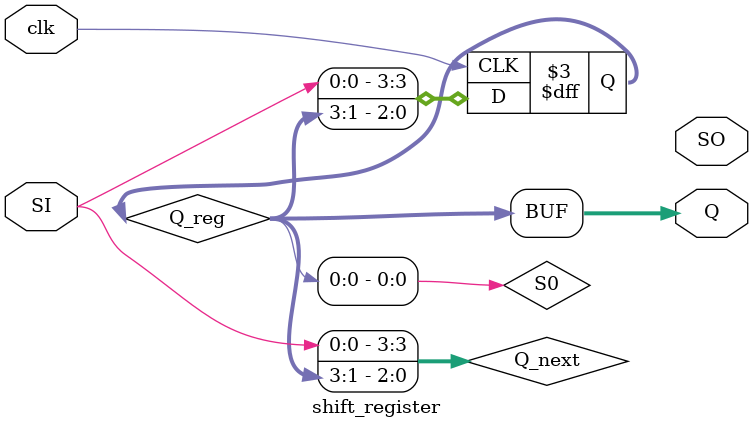
<source format=v>
`timescale 1ns / 1ps


module shift_register
#(parameter n = 4)(
input clk ,SI,
output [n-1 : 0]Q,
output SO
    );
    
    reg [n-1 : 0] Q_reg, Q_next ; 
    
    always @(posedge clk)
    begin
    Q_reg <= Q_next;
    end  
    always @(SI,Q_reg)
    begin
    Q_next = {SI,Q_reg[n-1: 1]};
    end
    assign S0 = Q_reg[0]; 
    assign Q = Q_reg;
endmodule

</source>
